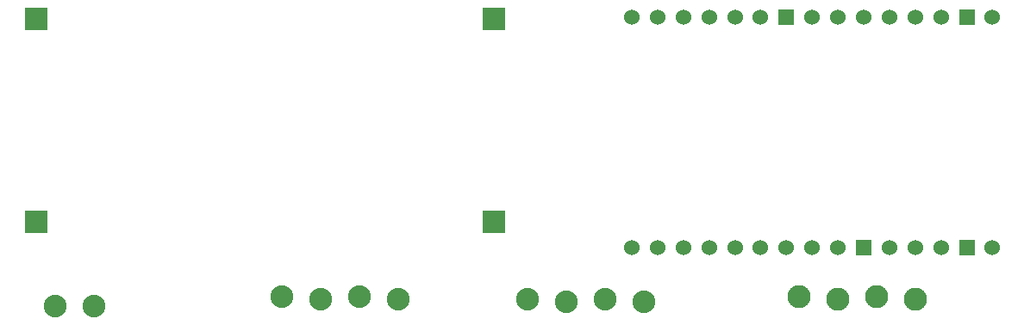
<source format=gts>
G04 MADE WITH FRITZING*
G04 WWW.FRITZING.ORG*
G04 DOUBLE SIDED*
G04 HOLES PLATED*
G04 CONTOUR ON CENTER OF CONTOUR VECTOR*
%ASAXBY*%
%FSLAX23Y23*%
%MOIN*%
%OFA0B0*%
%SFA1.0B1.0*%
%ADD10C,0.060000*%
%ADD11C,0.088000*%
%ADD12C,0.089370*%
%ADD13R,0.060028X0.060014*%
%ADD14R,0.060028X0.060000*%
%ADD15R,0.090000X0.090000*%
%ADD16R,0.088000X0.088000*%
%LNMASK1*%
G90*
G70*
G54D10*
X3874Y459D03*
X3775Y459D03*
X3675Y459D03*
X3576Y459D03*
X3476Y459D03*
X3376Y459D03*
X3277Y459D03*
X3177Y459D03*
X3078Y459D03*
X2978Y459D03*
X2879Y459D03*
X2779Y459D03*
X2679Y459D03*
X2580Y459D03*
X2480Y459D03*
X2480Y1353D03*
X2580Y1353D03*
X2679Y1353D03*
X2779Y1353D03*
X2879Y1353D03*
X2978Y1353D03*
X3078Y1353D03*
X3177Y1353D03*
X3277Y1353D03*
X3376Y1353D03*
X3476Y1353D03*
X3576Y1353D03*
X3675Y1353D03*
X3775Y1353D03*
X3874Y1353D03*
G54D11*
X176Y1346D03*
X175Y559D03*
X1947Y1346D03*
X1947Y559D03*
X400Y234D03*
X250Y234D03*
G54D12*
X3575Y259D03*
X3425Y269D03*
X3275Y259D03*
X3125Y269D03*
G54D11*
X1575Y259D03*
X1425Y269D03*
X1275Y259D03*
X1125Y269D03*
X2525Y249D03*
X2375Y259D03*
X2225Y249D03*
X2075Y259D03*
G54D13*
X3775Y459D03*
X3376Y459D03*
G54D14*
X3078Y1353D03*
X3775Y1353D03*
G54D15*
X176Y559D03*
G54D16*
X176Y1346D03*
X1947Y1346D03*
X1947Y559D03*
G04 End of Mask1*
M02*
</source>
